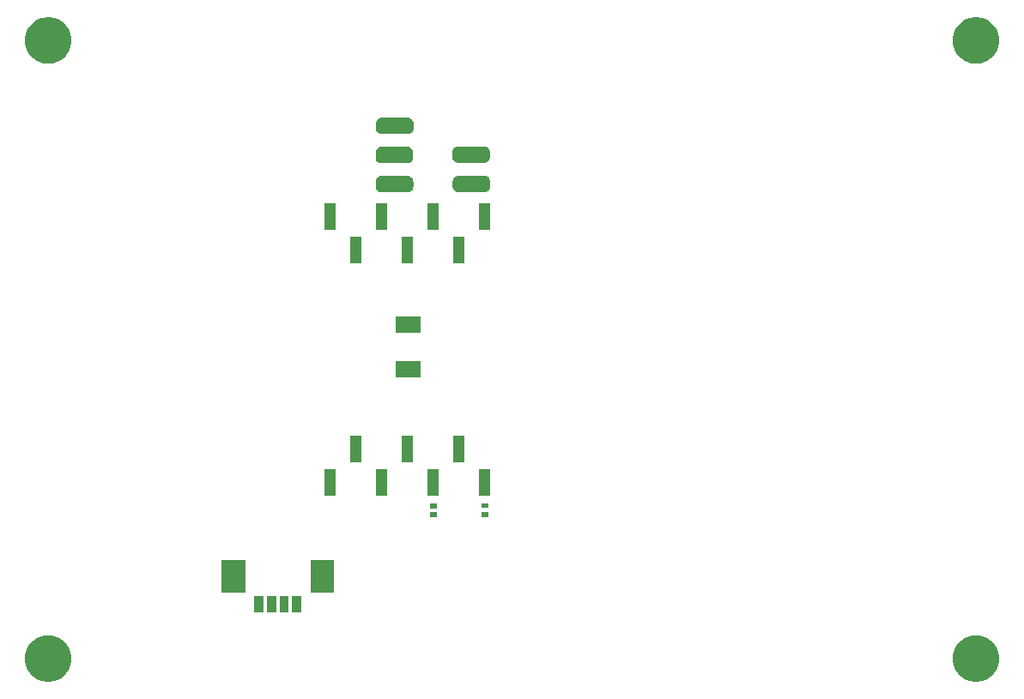
<source format=gbr>
G04 #@! TF.GenerationSoftware,KiCad,Pcbnew,(5.1.2)-2*
G04 #@! TF.CreationDate,2021-12-15T08:56:33-03:00*
G04 #@! TF.ProjectId,MAG_Plus,4d41475f-506c-4757-932e-6b696361645f,rev?*
G04 #@! TF.SameCoordinates,Original*
G04 #@! TF.FileFunction,Soldermask,Bot*
G04 #@! TF.FilePolarity,Negative*
%FSLAX46Y46*%
G04 Gerber Fmt 4.6, Leading zero omitted, Abs format (unit mm)*
G04 Created by KiCad (PCBNEW (5.1.2)-2) date 2021-12-15 08:56:33*
%MOMM*%
%LPD*%
G04 APERTURE LIST*
%ADD10C,0.100000*%
G04 APERTURE END LIST*
D10*
G36*
X15708903Y-81553213D02*
G01*
X15931177Y-81597426D01*
X16349932Y-81770880D01*
X16726802Y-82022696D01*
X17047304Y-82343198D01*
X17299120Y-82720068D01*
X17472574Y-83138823D01*
X17561000Y-83583371D01*
X17561000Y-84036629D01*
X17472574Y-84481177D01*
X17299120Y-84899932D01*
X17047304Y-85276802D01*
X16726802Y-85597304D01*
X16349932Y-85849120D01*
X15931177Y-86022574D01*
X15708903Y-86066787D01*
X15486630Y-86111000D01*
X15033370Y-86111000D01*
X14811097Y-86066787D01*
X14588823Y-86022574D01*
X14170068Y-85849120D01*
X13793198Y-85597304D01*
X13472696Y-85276802D01*
X13220880Y-84899932D01*
X13047426Y-84481177D01*
X12959000Y-84036629D01*
X12959000Y-83583371D01*
X13047426Y-83138823D01*
X13220880Y-82720068D01*
X13472696Y-82343198D01*
X13793198Y-82022696D01*
X14170068Y-81770880D01*
X14588823Y-81597426D01*
X14811097Y-81553213D01*
X15033370Y-81509000D01*
X15486630Y-81509000D01*
X15708903Y-81553213D01*
X15708903Y-81553213D01*
G37*
G36*
X107208903Y-81543213D02*
G01*
X107431177Y-81587426D01*
X107849932Y-81760880D01*
X108226802Y-82012696D01*
X108547304Y-82333198D01*
X108799120Y-82710068D01*
X108972574Y-83128823D01*
X109061000Y-83573371D01*
X109061000Y-84026629D01*
X108972574Y-84471177D01*
X108799120Y-84889932D01*
X108547304Y-85266802D01*
X108226802Y-85587304D01*
X107849932Y-85839120D01*
X107431177Y-86012574D01*
X107208903Y-86056787D01*
X106986630Y-86101000D01*
X106533370Y-86101000D01*
X106311097Y-86056787D01*
X106088823Y-86012574D01*
X105670068Y-85839120D01*
X105293198Y-85587304D01*
X104972696Y-85266802D01*
X104720880Y-84889932D01*
X104547426Y-84471177D01*
X104459000Y-84026629D01*
X104459000Y-83573371D01*
X104547426Y-83128823D01*
X104720880Y-82710068D01*
X104972696Y-82333198D01*
X105293198Y-82012696D01*
X105670068Y-81760880D01*
X106088823Y-81587426D01*
X106311097Y-81543213D01*
X106533370Y-81499000D01*
X106986630Y-81499000D01*
X107208903Y-81543213D01*
X107208903Y-81543213D01*
G37*
G36*
X36476000Y-79246000D02*
G01*
X35574000Y-79246000D01*
X35574000Y-77644000D01*
X36476000Y-77644000D01*
X36476000Y-79246000D01*
X36476000Y-79246000D01*
G37*
G36*
X37726000Y-79246000D02*
G01*
X36824000Y-79246000D01*
X36824000Y-77644000D01*
X37726000Y-77644000D01*
X37726000Y-79246000D01*
X37726000Y-79246000D01*
G37*
G36*
X38976000Y-79246000D02*
G01*
X38074000Y-79246000D01*
X38074000Y-77644000D01*
X38976000Y-77644000D01*
X38976000Y-79246000D01*
X38976000Y-79246000D01*
G37*
G36*
X40226000Y-79246000D02*
G01*
X39324000Y-79246000D01*
X39324000Y-77644000D01*
X40226000Y-77644000D01*
X40226000Y-79246000D01*
X40226000Y-79246000D01*
G37*
G36*
X43426000Y-77296000D02*
G01*
X41124000Y-77296000D01*
X41124000Y-74094000D01*
X43426000Y-74094000D01*
X43426000Y-77296000D01*
X43426000Y-77296000D01*
G37*
G36*
X34676000Y-77296000D02*
G01*
X32374000Y-77296000D01*
X32374000Y-74094000D01*
X34676000Y-74094000D01*
X34676000Y-77296000D01*
X34676000Y-77296000D01*
G37*
G36*
X53591000Y-69871000D02*
G01*
X52889000Y-69871000D01*
X52889000Y-69369000D01*
X53591000Y-69369000D01*
X53591000Y-69871000D01*
X53591000Y-69871000D01*
G37*
G36*
X58711000Y-69861000D02*
G01*
X58009000Y-69861000D01*
X58009000Y-69359000D01*
X58711000Y-69359000D01*
X58711000Y-69861000D01*
X58711000Y-69861000D01*
G37*
G36*
X53591000Y-68971000D02*
G01*
X52889000Y-68971000D01*
X52889000Y-68469000D01*
X53591000Y-68469000D01*
X53591000Y-68971000D01*
X53591000Y-68971000D01*
G37*
G36*
X58711000Y-68961000D02*
G01*
X58009000Y-68961000D01*
X58009000Y-68459000D01*
X58711000Y-68459000D01*
X58711000Y-68961000D01*
X58711000Y-68961000D01*
G37*
G36*
X58881000Y-67741000D02*
G01*
X57779000Y-67741000D01*
X57779000Y-65129000D01*
X58881000Y-65129000D01*
X58881000Y-67741000D01*
X58881000Y-67741000D01*
G37*
G36*
X48721000Y-67741000D02*
G01*
X47619000Y-67741000D01*
X47619000Y-65129000D01*
X48721000Y-65129000D01*
X48721000Y-67741000D01*
X48721000Y-67741000D01*
G37*
G36*
X53801000Y-67741000D02*
G01*
X52699000Y-67741000D01*
X52699000Y-65129000D01*
X53801000Y-65129000D01*
X53801000Y-67741000D01*
X53801000Y-67741000D01*
G37*
G36*
X43641000Y-67741000D02*
G01*
X42539000Y-67741000D01*
X42539000Y-65129000D01*
X43641000Y-65129000D01*
X43641000Y-67741000D01*
X43641000Y-67741000D01*
G37*
G36*
X56341000Y-64431000D02*
G01*
X55239000Y-64431000D01*
X55239000Y-61819000D01*
X56341000Y-61819000D01*
X56341000Y-64431000D01*
X56341000Y-64431000D01*
G37*
G36*
X51261000Y-64431000D02*
G01*
X50159000Y-64431000D01*
X50159000Y-61819000D01*
X51261000Y-61819000D01*
X51261000Y-64431000D01*
X51261000Y-64431000D01*
G37*
G36*
X46181000Y-64431000D02*
G01*
X45079000Y-64431000D01*
X45079000Y-61819000D01*
X46181000Y-61819000D01*
X46181000Y-64431000D01*
X46181000Y-64431000D01*
G37*
G36*
X52011000Y-56026000D02*
G01*
X49509000Y-56026000D01*
X49509000Y-54474000D01*
X52011000Y-54474000D01*
X52011000Y-56026000D01*
X52011000Y-56026000D01*
G37*
G36*
X52011000Y-51626000D02*
G01*
X49509000Y-51626000D01*
X49509000Y-50074000D01*
X52011000Y-50074000D01*
X52011000Y-51626000D01*
X52011000Y-51626000D01*
G37*
G36*
X46141000Y-44761000D02*
G01*
X45039000Y-44761000D01*
X45039000Y-42149000D01*
X46141000Y-42149000D01*
X46141000Y-44761000D01*
X46141000Y-44761000D01*
G37*
G36*
X56301000Y-44761000D02*
G01*
X55199000Y-44761000D01*
X55199000Y-42149000D01*
X56301000Y-42149000D01*
X56301000Y-44761000D01*
X56301000Y-44761000D01*
G37*
G36*
X51221000Y-44761000D02*
G01*
X50119000Y-44761000D01*
X50119000Y-42149000D01*
X51221000Y-42149000D01*
X51221000Y-44761000D01*
X51221000Y-44761000D01*
G37*
G36*
X43601000Y-41451000D02*
G01*
X42499000Y-41451000D01*
X42499000Y-38839000D01*
X43601000Y-38839000D01*
X43601000Y-41451000D01*
X43601000Y-41451000D01*
G37*
G36*
X58841000Y-41451000D02*
G01*
X57739000Y-41451000D01*
X57739000Y-38839000D01*
X58841000Y-38839000D01*
X58841000Y-41451000D01*
X58841000Y-41451000D01*
G37*
G36*
X48681000Y-41451000D02*
G01*
X47579000Y-41451000D01*
X47579000Y-38839000D01*
X48681000Y-38839000D01*
X48681000Y-41451000D01*
X48681000Y-41451000D01*
G37*
G36*
X53761000Y-41451000D02*
G01*
X52659000Y-41451000D01*
X52659000Y-38839000D01*
X53761000Y-38839000D01*
X53761000Y-41451000D01*
X53761000Y-41451000D01*
G37*
G36*
X48679999Y-36169737D02*
G01*
X48694528Y-36174145D01*
X48707711Y-36179606D01*
X48731745Y-36184388D01*
X48756249Y-36184389D01*
X48780282Y-36179609D01*
X48802921Y-36170232D01*
X48804765Y-36169000D01*
X50036050Y-36169000D01*
X50048164Y-36175475D01*
X50071613Y-36182588D01*
X50095999Y-36184990D01*
X50120385Y-36182588D01*
X50143834Y-36175475D01*
X50148746Y-36173152D01*
X50160001Y-36169737D01*
X50176140Y-36168148D01*
X50713861Y-36168148D01*
X50732199Y-36169954D01*
X50744450Y-36170556D01*
X50762869Y-36170556D01*
X50785149Y-36172750D01*
X50869233Y-36189476D01*
X50890660Y-36195976D01*
X50969858Y-36228780D01*
X50975303Y-36231691D01*
X50975309Y-36231693D01*
X50984169Y-36236429D01*
X50984173Y-36236432D01*
X50989614Y-36239340D01*
X51060899Y-36286971D01*
X51078204Y-36301172D01*
X51138828Y-36361796D01*
X51153029Y-36379101D01*
X51200660Y-36450386D01*
X51203568Y-36455827D01*
X51203571Y-36455831D01*
X51208307Y-36464691D01*
X51208309Y-36464697D01*
X51211220Y-36470142D01*
X51244024Y-36549340D01*
X51250524Y-36570767D01*
X51267250Y-36654851D01*
X51269444Y-36677131D01*
X51269444Y-36695550D01*
X51270046Y-36707801D01*
X51271852Y-36726139D01*
X51271852Y-37213862D01*
X51270046Y-37232199D01*
X51269444Y-37244450D01*
X51269444Y-37262869D01*
X51267250Y-37285149D01*
X51250524Y-37369233D01*
X51244024Y-37390660D01*
X51211220Y-37469858D01*
X51208309Y-37475303D01*
X51208307Y-37475309D01*
X51203571Y-37484169D01*
X51203568Y-37484173D01*
X51200660Y-37489614D01*
X51153029Y-37560899D01*
X51138828Y-37578204D01*
X51078204Y-37638828D01*
X51060899Y-37653029D01*
X50989614Y-37700660D01*
X50984173Y-37703568D01*
X50984169Y-37703571D01*
X50975309Y-37708307D01*
X50975303Y-37708309D01*
X50969858Y-37711220D01*
X50890660Y-37744024D01*
X50869233Y-37750524D01*
X50785149Y-37767250D01*
X50762869Y-37769444D01*
X50744450Y-37769444D01*
X50732199Y-37770046D01*
X50713862Y-37771852D01*
X50176140Y-37771852D01*
X50160001Y-37770263D01*
X50145472Y-37765855D01*
X50132289Y-37760394D01*
X50108255Y-37755612D01*
X50083751Y-37755611D01*
X50059718Y-37760391D01*
X50037079Y-37769768D01*
X50035235Y-37771000D01*
X48803950Y-37771000D01*
X48791836Y-37764525D01*
X48768387Y-37757412D01*
X48744001Y-37755010D01*
X48719615Y-37757412D01*
X48696166Y-37764525D01*
X48691254Y-37766848D01*
X48679999Y-37770263D01*
X48663860Y-37771852D01*
X48126138Y-37771852D01*
X48107801Y-37770046D01*
X48095550Y-37769444D01*
X48077131Y-37769444D01*
X48054851Y-37767250D01*
X47970767Y-37750524D01*
X47949340Y-37744024D01*
X47870142Y-37711220D01*
X47864697Y-37708309D01*
X47864691Y-37708307D01*
X47855831Y-37703571D01*
X47855827Y-37703568D01*
X47850386Y-37700660D01*
X47779101Y-37653029D01*
X47761796Y-37638828D01*
X47701172Y-37578204D01*
X47686971Y-37560899D01*
X47639340Y-37489614D01*
X47636432Y-37484173D01*
X47636429Y-37484169D01*
X47631693Y-37475309D01*
X47631691Y-37475303D01*
X47628780Y-37469858D01*
X47595976Y-37390660D01*
X47589476Y-37369233D01*
X47572750Y-37285149D01*
X47570556Y-37262869D01*
X47570556Y-37244450D01*
X47569954Y-37232199D01*
X47568148Y-37213862D01*
X47568148Y-36726139D01*
X47569954Y-36707801D01*
X47570556Y-36695550D01*
X47570556Y-36677131D01*
X47572750Y-36654851D01*
X47589476Y-36570767D01*
X47595976Y-36549340D01*
X47628780Y-36470142D01*
X47631691Y-36464697D01*
X47631693Y-36464691D01*
X47636429Y-36455831D01*
X47636432Y-36455827D01*
X47639340Y-36450386D01*
X47686971Y-36379101D01*
X47701172Y-36361796D01*
X47761796Y-36301172D01*
X47779101Y-36286971D01*
X47850386Y-36239340D01*
X47855827Y-36236432D01*
X47855831Y-36236429D01*
X47864691Y-36231693D01*
X47864697Y-36231691D01*
X47870142Y-36228780D01*
X47949340Y-36195976D01*
X47970767Y-36189476D01*
X48054851Y-36172750D01*
X48077131Y-36170556D01*
X48095550Y-36170556D01*
X48107801Y-36169954D01*
X48126139Y-36168148D01*
X48663860Y-36168148D01*
X48679999Y-36169737D01*
X48679999Y-36169737D01*
G37*
G36*
X56259999Y-36159737D02*
G01*
X56274528Y-36164145D01*
X56287711Y-36169606D01*
X56311745Y-36174388D01*
X56336249Y-36174389D01*
X56360282Y-36169609D01*
X56382921Y-36160232D01*
X56384765Y-36159000D01*
X57616050Y-36159000D01*
X57628164Y-36165475D01*
X57651613Y-36172588D01*
X57675999Y-36174990D01*
X57700385Y-36172588D01*
X57723834Y-36165475D01*
X57728746Y-36163152D01*
X57740001Y-36159737D01*
X57756140Y-36158148D01*
X58293861Y-36158148D01*
X58312199Y-36159954D01*
X58324450Y-36160556D01*
X58342869Y-36160556D01*
X58365149Y-36162750D01*
X58449233Y-36179476D01*
X58470660Y-36185976D01*
X58549858Y-36218780D01*
X58555303Y-36221691D01*
X58555309Y-36221693D01*
X58564169Y-36226429D01*
X58564173Y-36226432D01*
X58569614Y-36229340D01*
X58640899Y-36276971D01*
X58658204Y-36291172D01*
X58718828Y-36351796D01*
X58733029Y-36369101D01*
X58780660Y-36440386D01*
X58783568Y-36445827D01*
X58783571Y-36445831D01*
X58788307Y-36454691D01*
X58788309Y-36454697D01*
X58791220Y-36460142D01*
X58824024Y-36539340D01*
X58830524Y-36560767D01*
X58847250Y-36644851D01*
X58849444Y-36667131D01*
X58849444Y-36685550D01*
X58850046Y-36697801D01*
X58851852Y-36716139D01*
X58851852Y-37203862D01*
X58850046Y-37222199D01*
X58849444Y-37234450D01*
X58849444Y-37252869D01*
X58847250Y-37275149D01*
X58830524Y-37359233D01*
X58824024Y-37380660D01*
X58791220Y-37459858D01*
X58788309Y-37465303D01*
X58788307Y-37465309D01*
X58783571Y-37474169D01*
X58783568Y-37474173D01*
X58780660Y-37479614D01*
X58733029Y-37550899D01*
X58718828Y-37568204D01*
X58658204Y-37628828D01*
X58640899Y-37643029D01*
X58569614Y-37690660D01*
X58564173Y-37693568D01*
X58564169Y-37693571D01*
X58555309Y-37698307D01*
X58555303Y-37698309D01*
X58549858Y-37701220D01*
X58470660Y-37734024D01*
X58449233Y-37740524D01*
X58365149Y-37757250D01*
X58342869Y-37759444D01*
X58324450Y-37759444D01*
X58312199Y-37760046D01*
X58293862Y-37761852D01*
X57756140Y-37761852D01*
X57740001Y-37760263D01*
X57725472Y-37755855D01*
X57712289Y-37750394D01*
X57688255Y-37745612D01*
X57663751Y-37745611D01*
X57639718Y-37750391D01*
X57617079Y-37759768D01*
X57615235Y-37761000D01*
X56383950Y-37761000D01*
X56371836Y-37754525D01*
X56348387Y-37747412D01*
X56324001Y-37745010D01*
X56299615Y-37747412D01*
X56276166Y-37754525D01*
X56271254Y-37756848D01*
X56259999Y-37760263D01*
X56243860Y-37761852D01*
X55706138Y-37761852D01*
X55687801Y-37760046D01*
X55675550Y-37759444D01*
X55657131Y-37759444D01*
X55634851Y-37757250D01*
X55550767Y-37740524D01*
X55529340Y-37734024D01*
X55450142Y-37701220D01*
X55444697Y-37698309D01*
X55444691Y-37698307D01*
X55435831Y-37693571D01*
X55435827Y-37693568D01*
X55430386Y-37690660D01*
X55359101Y-37643029D01*
X55341796Y-37628828D01*
X55281172Y-37568204D01*
X55266971Y-37550899D01*
X55219340Y-37479614D01*
X55216432Y-37474173D01*
X55216429Y-37474169D01*
X55211693Y-37465309D01*
X55211691Y-37465303D01*
X55208780Y-37459858D01*
X55175976Y-37380660D01*
X55169476Y-37359233D01*
X55152750Y-37275149D01*
X55150556Y-37252869D01*
X55150556Y-37234450D01*
X55149954Y-37222199D01*
X55148148Y-37203862D01*
X55148148Y-36716139D01*
X55149954Y-36697801D01*
X55150556Y-36685550D01*
X55150556Y-36667131D01*
X55152750Y-36644851D01*
X55169476Y-36560767D01*
X55175976Y-36539340D01*
X55208780Y-36460142D01*
X55211691Y-36454697D01*
X55211693Y-36454691D01*
X55216429Y-36445831D01*
X55216432Y-36445827D01*
X55219340Y-36440386D01*
X55266971Y-36369101D01*
X55281172Y-36351796D01*
X55341796Y-36291172D01*
X55359101Y-36276971D01*
X55430386Y-36229340D01*
X55435827Y-36226432D01*
X55435831Y-36226429D01*
X55444691Y-36221693D01*
X55444697Y-36221691D01*
X55450142Y-36218780D01*
X55529340Y-36185976D01*
X55550767Y-36179476D01*
X55634851Y-36162750D01*
X55657131Y-36160556D01*
X55675550Y-36160556D01*
X55687801Y-36159954D01*
X55706139Y-36158148D01*
X56243860Y-36158148D01*
X56259999Y-36159737D01*
X56259999Y-36159737D01*
G37*
G36*
X48659999Y-33299737D02*
G01*
X48674528Y-33304145D01*
X48687711Y-33309606D01*
X48711745Y-33314388D01*
X48736249Y-33314389D01*
X48760282Y-33309609D01*
X48782921Y-33300232D01*
X48784765Y-33299000D01*
X50016050Y-33299000D01*
X50028164Y-33305475D01*
X50051613Y-33312588D01*
X50075999Y-33314990D01*
X50100385Y-33312588D01*
X50123834Y-33305475D01*
X50128746Y-33303152D01*
X50140001Y-33299737D01*
X50156140Y-33298148D01*
X50693861Y-33298148D01*
X50712199Y-33299954D01*
X50724450Y-33300556D01*
X50742869Y-33300556D01*
X50765149Y-33302750D01*
X50849233Y-33319476D01*
X50870660Y-33325976D01*
X50949858Y-33358780D01*
X50955303Y-33361691D01*
X50955309Y-33361693D01*
X50964169Y-33366429D01*
X50964173Y-33366432D01*
X50969614Y-33369340D01*
X51040899Y-33416971D01*
X51058204Y-33431172D01*
X51118828Y-33491796D01*
X51133029Y-33509101D01*
X51180660Y-33580386D01*
X51183568Y-33585827D01*
X51183571Y-33585831D01*
X51188307Y-33594691D01*
X51188309Y-33594697D01*
X51191220Y-33600142D01*
X51224024Y-33679340D01*
X51230524Y-33700767D01*
X51247250Y-33784851D01*
X51249444Y-33807131D01*
X51249444Y-33825550D01*
X51250046Y-33837801D01*
X51251852Y-33856139D01*
X51251852Y-34343862D01*
X51250046Y-34362199D01*
X51249444Y-34374450D01*
X51249444Y-34392869D01*
X51247250Y-34415149D01*
X51230524Y-34499233D01*
X51224024Y-34520660D01*
X51191220Y-34599858D01*
X51188309Y-34605303D01*
X51188307Y-34605309D01*
X51183571Y-34614169D01*
X51183568Y-34614173D01*
X51180660Y-34619614D01*
X51133029Y-34690899D01*
X51118828Y-34708204D01*
X51058204Y-34768828D01*
X51040899Y-34783029D01*
X50969614Y-34830660D01*
X50964173Y-34833568D01*
X50964169Y-34833571D01*
X50955309Y-34838307D01*
X50955303Y-34838309D01*
X50949858Y-34841220D01*
X50870660Y-34874024D01*
X50849233Y-34880524D01*
X50765149Y-34897250D01*
X50742869Y-34899444D01*
X50724450Y-34899444D01*
X50712199Y-34900046D01*
X50693862Y-34901852D01*
X50156140Y-34901852D01*
X50140001Y-34900263D01*
X50125472Y-34895855D01*
X50112289Y-34890394D01*
X50088255Y-34885612D01*
X50063751Y-34885611D01*
X50039718Y-34890391D01*
X50017079Y-34899768D01*
X50015235Y-34901000D01*
X48783950Y-34901000D01*
X48771836Y-34894525D01*
X48748387Y-34887412D01*
X48724001Y-34885010D01*
X48699615Y-34887412D01*
X48676166Y-34894525D01*
X48671254Y-34896848D01*
X48659999Y-34900263D01*
X48643860Y-34901852D01*
X48106138Y-34901852D01*
X48087801Y-34900046D01*
X48075550Y-34899444D01*
X48057131Y-34899444D01*
X48034851Y-34897250D01*
X47950767Y-34880524D01*
X47929340Y-34874024D01*
X47850142Y-34841220D01*
X47844697Y-34838309D01*
X47844691Y-34838307D01*
X47835831Y-34833571D01*
X47835827Y-34833568D01*
X47830386Y-34830660D01*
X47759101Y-34783029D01*
X47741796Y-34768828D01*
X47681172Y-34708204D01*
X47666971Y-34690899D01*
X47619340Y-34619614D01*
X47616432Y-34614173D01*
X47616429Y-34614169D01*
X47611693Y-34605309D01*
X47611691Y-34605303D01*
X47608780Y-34599858D01*
X47575976Y-34520660D01*
X47569476Y-34499233D01*
X47552750Y-34415149D01*
X47550556Y-34392869D01*
X47550556Y-34374450D01*
X47549954Y-34362199D01*
X47548148Y-34343862D01*
X47548148Y-33856139D01*
X47549954Y-33837801D01*
X47550556Y-33825550D01*
X47550556Y-33807131D01*
X47552750Y-33784851D01*
X47569476Y-33700767D01*
X47575976Y-33679340D01*
X47608780Y-33600142D01*
X47611691Y-33594697D01*
X47611693Y-33594691D01*
X47616429Y-33585831D01*
X47616432Y-33585827D01*
X47619340Y-33580386D01*
X47666971Y-33509101D01*
X47681172Y-33491796D01*
X47741796Y-33431172D01*
X47759101Y-33416971D01*
X47830386Y-33369340D01*
X47835827Y-33366432D01*
X47835831Y-33366429D01*
X47844691Y-33361693D01*
X47844697Y-33361691D01*
X47850142Y-33358780D01*
X47929340Y-33325976D01*
X47950767Y-33319476D01*
X48034851Y-33302750D01*
X48057131Y-33300556D01*
X48075550Y-33300556D01*
X48087801Y-33299954D01*
X48106139Y-33298148D01*
X48643860Y-33298148D01*
X48659999Y-33299737D01*
X48659999Y-33299737D01*
G37*
G36*
X56239999Y-33259737D02*
G01*
X56254528Y-33264145D01*
X56267711Y-33269606D01*
X56291745Y-33274388D01*
X56316249Y-33274389D01*
X56340282Y-33269609D01*
X56362921Y-33260232D01*
X56364765Y-33259000D01*
X57596050Y-33259000D01*
X57608164Y-33265475D01*
X57631613Y-33272588D01*
X57655999Y-33274990D01*
X57680385Y-33272588D01*
X57703834Y-33265475D01*
X57708746Y-33263152D01*
X57720001Y-33259737D01*
X57736140Y-33258148D01*
X58273861Y-33258148D01*
X58292199Y-33259954D01*
X58304450Y-33260556D01*
X58322869Y-33260556D01*
X58345149Y-33262750D01*
X58429233Y-33279476D01*
X58450660Y-33285976D01*
X58529858Y-33318780D01*
X58535303Y-33321691D01*
X58535309Y-33321693D01*
X58544169Y-33326429D01*
X58544173Y-33326432D01*
X58549614Y-33329340D01*
X58620899Y-33376971D01*
X58638204Y-33391172D01*
X58698828Y-33451796D01*
X58713029Y-33469101D01*
X58760660Y-33540386D01*
X58763568Y-33545827D01*
X58763571Y-33545831D01*
X58768307Y-33554691D01*
X58768309Y-33554697D01*
X58771220Y-33560142D01*
X58804024Y-33639340D01*
X58810524Y-33660767D01*
X58827250Y-33744851D01*
X58829444Y-33767131D01*
X58829444Y-33785550D01*
X58830046Y-33797801D01*
X58831852Y-33816139D01*
X58831852Y-34303862D01*
X58830046Y-34322199D01*
X58829444Y-34334450D01*
X58829444Y-34352869D01*
X58827250Y-34375149D01*
X58810524Y-34459233D01*
X58804024Y-34480660D01*
X58771220Y-34559858D01*
X58768309Y-34565303D01*
X58768307Y-34565309D01*
X58763571Y-34574169D01*
X58763568Y-34574173D01*
X58760660Y-34579614D01*
X58713029Y-34650899D01*
X58698828Y-34668204D01*
X58638204Y-34728828D01*
X58620899Y-34743029D01*
X58549614Y-34790660D01*
X58544173Y-34793568D01*
X58544169Y-34793571D01*
X58535309Y-34798307D01*
X58535303Y-34798309D01*
X58529858Y-34801220D01*
X58450660Y-34834024D01*
X58429233Y-34840524D01*
X58345149Y-34857250D01*
X58322869Y-34859444D01*
X58304450Y-34859444D01*
X58292199Y-34860046D01*
X58273862Y-34861852D01*
X57736140Y-34861852D01*
X57720001Y-34860263D01*
X57705472Y-34855855D01*
X57692289Y-34850394D01*
X57668255Y-34845612D01*
X57643751Y-34845611D01*
X57619718Y-34850391D01*
X57597079Y-34859768D01*
X57595235Y-34861000D01*
X56363950Y-34861000D01*
X56351836Y-34854525D01*
X56328387Y-34847412D01*
X56304001Y-34845010D01*
X56279615Y-34847412D01*
X56256166Y-34854525D01*
X56251254Y-34856848D01*
X56239999Y-34860263D01*
X56223860Y-34861852D01*
X55686138Y-34861852D01*
X55667801Y-34860046D01*
X55655550Y-34859444D01*
X55637131Y-34859444D01*
X55614851Y-34857250D01*
X55530767Y-34840524D01*
X55509340Y-34834024D01*
X55430142Y-34801220D01*
X55424697Y-34798309D01*
X55424691Y-34798307D01*
X55415831Y-34793571D01*
X55415827Y-34793568D01*
X55410386Y-34790660D01*
X55339101Y-34743029D01*
X55321796Y-34728828D01*
X55261172Y-34668204D01*
X55246971Y-34650899D01*
X55199340Y-34579614D01*
X55196432Y-34574173D01*
X55196429Y-34574169D01*
X55191693Y-34565309D01*
X55191691Y-34565303D01*
X55188780Y-34559858D01*
X55155976Y-34480660D01*
X55149476Y-34459233D01*
X55132750Y-34375149D01*
X55130556Y-34352869D01*
X55130556Y-34334450D01*
X55129954Y-34322199D01*
X55128148Y-34303862D01*
X55128148Y-33816139D01*
X55129954Y-33797801D01*
X55130556Y-33785550D01*
X55130556Y-33767131D01*
X55132750Y-33744851D01*
X55149476Y-33660767D01*
X55155976Y-33639340D01*
X55188780Y-33560142D01*
X55191691Y-33554697D01*
X55191693Y-33554691D01*
X55196429Y-33545831D01*
X55196432Y-33545827D01*
X55199340Y-33540386D01*
X55246971Y-33469101D01*
X55261172Y-33451796D01*
X55321796Y-33391172D01*
X55339101Y-33376971D01*
X55410386Y-33329340D01*
X55415827Y-33326432D01*
X55415831Y-33326429D01*
X55424691Y-33321693D01*
X55424697Y-33321691D01*
X55430142Y-33318780D01*
X55509340Y-33285976D01*
X55530767Y-33279476D01*
X55614851Y-33262750D01*
X55637131Y-33260556D01*
X55655550Y-33260556D01*
X55667801Y-33259954D01*
X55686139Y-33258148D01*
X56223860Y-33258148D01*
X56239999Y-33259737D01*
X56239999Y-33259737D01*
G37*
G36*
X48699999Y-30419737D02*
G01*
X48714528Y-30424145D01*
X48727711Y-30429606D01*
X48751745Y-30434388D01*
X48776249Y-30434389D01*
X48800282Y-30429609D01*
X48822921Y-30420232D01*
X48824765Y-30419000D01*
X50056050Y-30419000D01*
X50068164Y-30425475D01*
X50091613Y-30432588D01*
X50115999Y-30434990D01*
X50140385Y-30432588D01*
X50163834Y-30425475D01*
X50168746Y-30423152D01*
X50180001Y-30419737D01*
X50196140Y-30418148D01*
X50733861Y-30418148D01*
X50752199Y-30419954D01*
X50764450Y-30420556D01*
X50782869Y-30420556D01*
X50805149Y-30422750D01*
X50889233Y-30439476D01*
X50910660Y-30445976D01*
X50989858Y-30478780D01*
X50995303Y-30481691D01*
X50995309Y-30481693D01*
X51004169Y-30486429D01*
X51004173Y-30486432D01*
X51009614Y-30489340D01*
X51080899Y-30536971D01*
X51098204Y-30551172D01*
X51158828Y-30611796D01*
X51173029Y-30629101D01*
X51220660Y-30700386D01*
X51223568Y-30705827D01*
X51223571Y-30705831D01*
X51228307Y-30714691D01*
X51228309Y-30714697D01*
X51231220Y-30720142D01*
X51264024Y-30799340D01*
X51270524Y-30820767D01*
X51287250Y-30904851D01*
X51289444Y-30927131D01*
X51289444Y-30945550D01*
X51290046Y-30957801D01*
X51291852Y-30976139D01*
X51291852Y-31463861D01*
X51290046Y-31482199D01*
X51289444Y-31494450D01*
X51289444Y-31512869D01*
X51287250Y-31535149D01*
X51270524Y-31619233D01*
X51264024Y-31640660D01*
X51231220Y-31719858D01*
X51228309Y-31725303D01*
X51228307Y-31725309D01*
X51223571Y-31734169D01*
X51223568Y-31734173D01*
X51220660Y-31739614D01*
X51173029Y-31810899D01*
X51158828Y-31828204D01*
X51098204Y-31888828D01*
X51080899Y-31903029D01*
X51009614Y-31950660D01*
X51004173Y-31953568D01*
X51004169Y-31953571D01*
X50995309Y-31958307D01*
X50995303Y-31958309D01*
X50989858Y-31961220D01*
X50910660Y-31994024D01*
X50889233Y-32000524D01*
X50805149Y-32017250D01*
X50782869Y-32019444D01*
X50764450Y-32019444D01*
X50752199Y-32020046D01*
X50733862Y-32021852D01*
X50196140Y-32021852D01*
X50180001Y-32020263D01*
X50165472Y-32015855D01*
X50152289Y-32010394D01*
X50128255Y-32005612D01*
X50103751Y-32005611D01*
X50079718Y-32010391D01*
X50057079Y-32019768D01*
X50055235Y-32021000D01*
X48823950Y-32021000D01*
X48811836Y-32014525D01*
X48788387Y-32007412D01*
X48764001Y-32005010D01*
X48739615Y-32007412D01*
X48716166Y-32014525D01*
X48711254Y-32016848D01*
X48699999Y-32020263D01*
X48683860Y-32021852D01*
X48146138Y-32021852D01*
X48127801Y-32020046D01*
X48115550Y-32019444D01*
X48097131Y-32019444D01*
X48074851Y-32017250D01*
X47990767Y-32000524D01*
X47969340Y-31994024D01*
X47890142Y-31961220D01*
X47884697Y-31958309D01*
X47884691Y-31958307D01*
X47875831Y-31953571D01*
X47875827Y-31953568D01*
X47870386Y-31950660D01*
X47799101Y-31903029D01*
X47781796Y-31888828D01*
X47721172Y-31828204D01*
X47706971Y-31810899D01*
X47659340Y-31739614D01*
X47656432Y-31734173D01*
X47656429Y-31734169D01*
X47651693Y-31725309D01*
X47651691Y-31725303D01*
X47648780Y-31719858D01*
X47615976Y-31640660D01*
X47609476Y-31619233D01*
X47592750Y-31535149D01*
X47590556Y-31512869D01*
X47590556Y-31494450D01*
X47589954Y-31482199D01*
X47588148Y-31463862D01*
X47588148Y-30976139D01*
X47589954Y-30957801D01*
X47590556Y-30945550D01*
X47590556Y-30927131D01*
X47592750Y-30904851D01*
X47609476Y-30820767D01*
X47615976Y-30799340D01*
X47648780Y-30720142D01*
X47651691Y-30714697D01*
X47651693Y-30714691D01*
X47656429Y-30705831D01*
X47656432Y-30705827D01*
X47659340Y-30700386D01*
X47706971Y-30629101D01*
X47721172Y-30611796D01*
X47781796Y-30551172D01*
X47799101Y-30536971D01*
X47870386Y-30489340D01*
X47875827Y-30486432D01*
X47875831Y-30486429D01*
X47884691Y-30481693D01*
X47884697Y-30481691D01*
X47890142Y-30478780D01*
X47969340Y-30445976D01*
X47990767Y-30439476D01*
X48074851Y-30422750D01*
X48097131Y-30420556D01*
X48115550Y-30420556D01*
X48127801Y-30419954D01*
X48146139Y-30418148D01*
X48683860Y-30418148D01*
X48699999Y-30419737D01*
X48699999Y-30419737D01*
G37*
G36*
X107208903Y-20543213D02*
G01*
X107431177Y-20587426D01*
X107849932Y-20760880D01*
X108226802Y-21012696D01*
X108547304Y-21333198D01*
X108799120Y-21710068D01*
X108972574Y-22128823D01*
X109061000Y-22573371D01*
X109061000Y-23026629D01*
X108972574Y-23471177D01*
X108799120Y-23889932D01*
X108547304Y-24266802D01*
X108226802Y-24587304D01*
X107849932Y-24839120D01*
X107431177Y-25012574D01*
X107208903Y-25056787D01*
X106986630Y-25101000D01*
X106533370Y-25101000D01*
X106311097Y-25056787D01*
X106088823Y-25012574D01*
X105670068Y-24839120D01*
X105293198Y-24587304D01*
X104972696Y-24266802D01*
X104720880Y-23889932D01*
X104547426Y-23471177D01*
X104459000Y-23026629D01*
X104459000Y-22573371D01*
X104547426Y-22128823D01*
X104720880Y-21710068D01*
X104972696Y-21333198D01*
X105293198Y-21012696D01*
X105670068Y-20760880D01*
X106088823Y-20587426D01*
X106311097Y-20543213D01*
X106533370Y-20499000D01*
X106986630Y-20499000D01*
X107208903Y-20543213D01*
X107208903Y-20543213D01*
G37*
G36*
X15708903Y-20543213D02*
G01*
X15931177Y-20587426D01*
X16349932Y-20760880D01*
X16726802Y-21012696D01*
X17047304Y-21333198D01*
X17299120Y-21710068D01*
X17472574Y-22128823D01*
X17561000Y-22573371D01*
X17561000Y-23026629D01*
X17472574Y-23471177D01*
X17299120Y-23889932D01*
X17047304Y-24266802D01*
X16726802Y-24587304D01*
X16349932Y-24839120D01*
X15931177Y-25012574D01*
X15708903Y-25056787D01*
X15486630Y-25101000D01*
X15033370Y-25101000D01*
X14811097Y-25056787D01*
X14588823Y-25012574D01*
X14170068Y-24839120D01*
X13793198Y-24587304D01*
X13472696Y-24266802D01*
X13220880Y-23889932D01*
X13047426Y-23471177D01*
X12959000Y-23026629D01*
X12959000Y-22573371D01*
X13047426Y-22128823D01*
X13220880Y-21710068D01*
X13472696Y-21333198D01*
X13793198Y-21012696D01*
X14170068Y-20760880D01*
X14588823Y-20587426D01*
X14811097Y-20543213D01*
X15033370Y-20499000D01*
X15486630Y-20499000D01*
X15708903Y-20543213D01*
X15708903Y-20543213D01*
G37*
M02*

</source>
